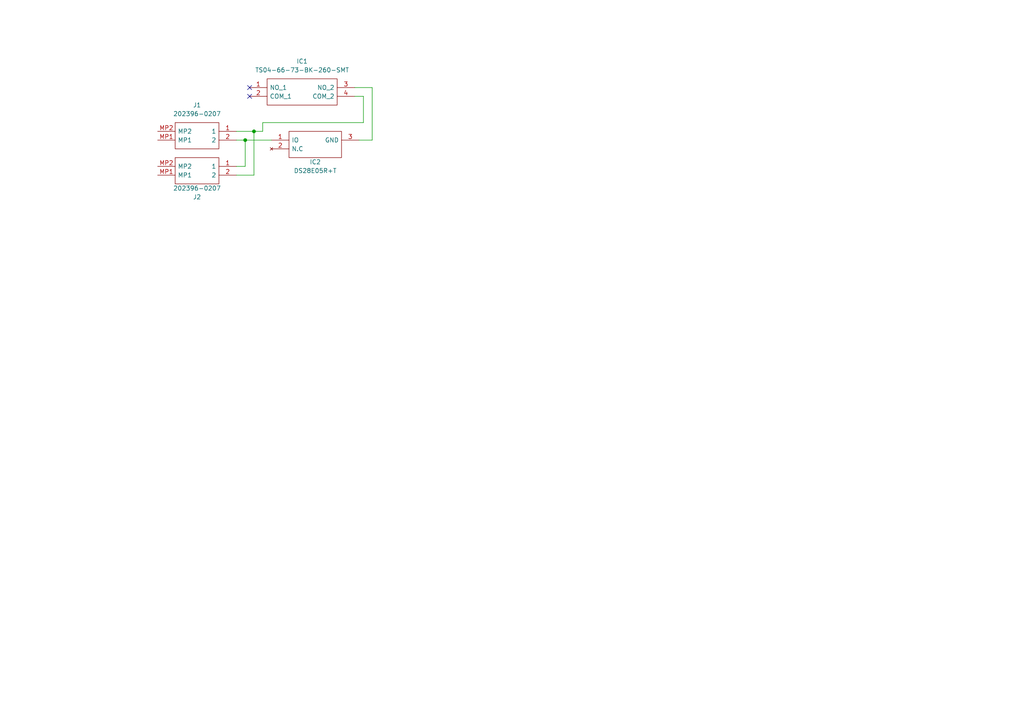
<source format=kicad_sch>
(kicad_sch (version 20211123) (generator eeschema)
  (paper "A4")
  (lib_symbols
    (symbol "SamacSys_Parts_new:202396-0207" (pin_names (offset 0.762))
      (property "Reference" "J" (at 19.05 7.62 0))
      (property "Value" "202396-0207" (at 19.05 5.08 0))
      (symbol "202396-0207_0_0"
        (pin passive line (at 22.86 0 180) (length 5.08) (name "1") (number "1"))
        (pin passive line (at 22.86 -2.54 180) (length 5.08) (name "2") (number "2"))
        (pin passive line (at 0 -2.54 0) (length 5.08) (name "MP1") (number "MP1"))
        (pin passive line (at 0 0 0) (length 5.08) (name "MP2") (number "MP2"))
      )
      (symbol "202396-0207_0_1"
        (polyline (pts (xy 5.08 2.54) (xy 17.78 2.54) (xy 17.78 -5.08) (xy 5.08 -5.08) (xy 5.08 2.54)) (stroke (width 0.1524)))
      )
    )
    (symbol "SamacSys_Parts_new:DS28E05R+T" (pin_names (offset 0.762))
      (property "Reference" "IC" (at 21.59 7.62 0))
      (property "Value" "DS28E05R+T" (at 21.59 5.08 0))
      (symbol "DS28E05R+T_0_0"
        (pin bidirectional line (at 0 0 0) (length 5.08) (name "IO") (number "1"))
        (pin no_connect line (at 0 -2.54 0) (length 5.08) (name "N.C") (number "2"))
        (pin power_in line (at 25.4 0 180) (length 5.08) (name "GND") (number "3"))
      )
      (symbol "DS28E05R+T_0_1"
        (polyline (pts (xy 5.08 2.54) (xy 20.32 2.54) (xy 20.32 -5.08) (xy 5.08 -5.08) (xy 5.08 2.54)) (stroke (width 0.1524)))
      )
    )
    (symbol "SamacSys_Parts_new:TS04-66-73-BK-160-SMT" (pin_names (offset 0.762))
      (property "Reference" "IC" (at 26.67 7.62 0))
      (property "Value" "TS04-66-73-BK-160-SMT" (at 26.67 5.08 0))
      (symbol "TS04-66-73-BK-160-SMT_0_0"
        (pin passive line (at 0 0 0) (length 5.08) (name "NO_1") (number "1"))
        (pin passive line (at 0 -2.54 0) (length 5.08) (name "COM_1") (number "2"))
        (pin passive line (at 30.48 0 180) (length 5.08) (name "NO_2") (number "3"))
        (pin passive line (at 30.48 -2.54 180) (length 5.08) (name "COM_2") (number "4"))
      )
      (symbol "TS04-66-73-BK-160-SMT_0_1"
        (polyline (pts (xy 5.08 2.54) (xy 25.4 2.54) (xy 25.4 -5.08) (xy 5.08 -5.08) (xy 5.08 2.54)) (stroke (width 0.1524)))
      )
    )
  )
  (junction (at 73.66 38.1))
  (junction (at 71.12 40.64))
  (no_connect (at 72.39 27.94))
  (no_connect (at 72.39 25.4))
  (wire (pts (xy 68.58 40.64) (xy 71.12 40.64)))
  (wire (pts (xy 73.66 38.1) (xy 73.66 50.8)))
  (wire (pts (xy 68.58 50.8) (xy 73.66 50.8)))
  (wire (pts (xy 76.2 38.1) (xy 76.2 35.56)))
  (wire (pts (xy 76.2 35.56) (xy 105.41 35.56)))
  (wire (pts (xy 71.12 40.64) (xy 78.74 40.64)))
  (wire (pts (xy 68.58 38.1) (xy 73.66 38.1)))
  (wire (pts (xy 107.95 40.64) (xy 107.95 25.4)))
  (wire (pts (xy 71.12 40.64) (xy 71.12 48.26)))
  (wire (pts (xy 105.41 27.94) (xy 105.41 35.56)))
  (wire (pts (xy 104.14 40.64) (xy 107.95 40.64)))
  (wire (pts (xy 107.95 25.4) (xy 102.87 25.4)))
  (wire (pts (xy 73.66 38.1) (xy 76.2 38.1)))
  (wire (pts (xy 68.58 48.26) (xy 71.12 48.26)))
  (wire (pts (xy 102.87 27.94) (xy 105.41 27.94)))
  (symbol (lib_id "SamacSys_Parts_new:DS28E05R+T") (at 78.74 40.64 0) (unit 1)
    (property "Reference" "IC2" (at 91.44 46.99 0))
    (property "Value" "DS28E05R+T" (at 91.44 49.53 0))
    (property "Footprint" "SOT95P237X112-3N" (effects hide))
    (property "Datasheet" "https://datasheets.maximintegrated.com/en/ds/DS28E05.pdf" (effects hide))
    (property "Description" "EEPROM 1-Wire 112-BYTE EEPROM" (effects hide))
    (property "Height" "1.12" (effects hide))
    (property "Mouser Part Number" "700-DS28E05R+T" (effects hide))
    (property "Mouser Price/Stock" "https://www.mouser.co.uk/ProductDetail/Maxim-Integrated/DS28E05R%2bT?qs=FoGyQ%2FpCy0g%252BVkc25tOVnQ%3D%3D" (effects hide))
    (property "Manufacturer_Name" "Maxim Integrated" (effects hide))
    (property "Manufacturer_Part_Number" "DS28E05R+T" (effects hide))
  )
  (symbol (lib_id "SamacSys_Parts_new:202396-0207") (at 45.72 38.1 0) (unit 1)
    (property "Reference" "J1" (at 57.15 30.48 0))
    (property "Value" "202396-0207" (at 57.15 33.02 0))
    (property "Footprint" "2023960207" (effects hide))
    (property "Datasheet" "https://www.molex.com/pdm_docs/sd/2023960207_sd.pdf" (effects hide))
    (property "Description" "Headers & Wire Housings 1mm PicoClasp SMT SR 2CKT RA HDR GLD PTL" (effects hide))
    (property "Height" "3.4" (effects hide))
    (property "Mouser Part Number" "538-202396-0207" (effects hide))
    (property "Mouser Price/Stock" "https://www.mouser.co.uk/ProductDetail/Molex/202396-0207?qs=5aG0NVq1C4yNVNVdbFIdrw%3D%3D" (effects hide))
    (property "Manufacturer_Name" "Molex" (effects hide))
    (property "Manufacturer_Part_Number" "202396-0207" (effects hide))
  )
  (symbol (lib_id "SamacSys_Parts_new:TS04-66-73-BK-160-SMT") (at 72.39 25.4 0) (unit 1)
    (property "Reference" "IC1" (at 87.63 17.78 0))
    (property "Value" "TS04-66-73-BK-260-SMT" (at 87.63 20.32 0))
    (property "Footprint" "TS046673BK160SMT" (effects hide))
    (property "Datasheet" "https://www.cuidevices.com/product/resource/pdf/ts04.pdf" (effects hide))
    (property "Description" "Tactile Switches 6 x 6 mm, 7.3 mm Act Height, 160 gf, Black, Surface Mount, SPST," (effects hide))
    (property "Height" "7.5" (effects hide))
    (property "Manufacturer_Name" "CUI Inc." (effects hide))
    (property "Manufacturer_Part_Number" "TS04-66-73-BK-160-SMT" (effects hide))
    (property "Mouser Part Number" "179-TS046673BK160SMT" (effects hide))
    (property "Mouser Price/Stock" "https://www.mouser.co.uk/ProductDetail/CUI-Devices/TS04-66-73-BK-160-SMT?qs=A6eO%252BMLsxmT2FWbVj75LPg%3D%3D" (effects hide))
    (property "Arrow Part Number" "TS04-66-73-BK-160-SMT" (effects hide))
    (property "Arrow Price/Stock" "https://www.arrow.com/en/products/ts04-66-73-bk-160-smt/cui-devices?region=nac" (effects hide))
  )
  (symbol (lib_id "SamacSys_Parts_new:202396-0207") (at 45.72 48.26 0) (unit 1)
    (property "Reference" "J2" (at 57.15 57.15 0))
    (property "Value" "202396-0207" (at 57.15 54.61 0))
    (property "Footprint" "2023960207" (effects hide))
    (property "Datasheet" "https://www.molex.com/pdm_docs/sd/2023960207_sd.pdf" (effects hide))
    (property "Description" "Headers & Wire Housings 1mm PicoClasp SMT SR 2CKT RA HDR GLD PTL" (effects hide))
    (property "Height" "3.4" (effects hide))
    (property "Mouser Part Number" "538-202396-0207" (effects hide))
    (property "Mouser Price/Stock" "https://www.mouser.co.uk/ProductDetail/Molex/202396-0207?qs=5aG0NVq1C4yNVNVdbFIdrw%3D%3D" (effects hide))
    (property "Manufacturer_Name" "Molex" (effects hide))
    (property "Manufacturer_Part_Number" "202396-0207" (effects hide))
  )
)
</source>
